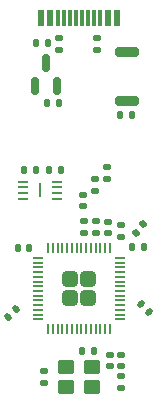
<source format=gbr>
%TF.GenerationSoftware,KiCad,Pcbnew,9.0.6*%
%TF.CreationDate,2026-01-31T02:41:39+05:30*%
%TF.ProjectId,BYH_devboard,4259485f-6465-4766-926f-6172642e6b69,rev?*%
%TF.SameCoordinates,Original*%
%TF.FileFunction,Paste,Top*%
%TF.FilePolarity,Positive*%
%FSLAX46Y46*%
G04 Gerber Fmt 4.6, Leading zero omitted, Abs format (unit mm)*
G04 Created by KiCad (PCBNEW 9.0.6) date 2026-01-31 02:41:39*
%MOMM*%
%LPD*%
G01*
G04 APERTURE LIST*
G04 Aperture macros list*
%AMRoundRect*
0 Rectangle with rounded corners*
0 $1 Rounding radius*
0 $2 $3 $4 $5 $6 $7 $8 $9 X,Y pos of 4 corners*
0 Add a 4 corners polygon primitive as box body*
4,1,4,$2,$3,$4,$5,$6,$7,$8,$9,$2,$3,0*
0 Add four circle primitives for the rounded corners*
1,1,$1+$1,$2,$3*
1,1,$1+$1,$4,$5*
1,1,$1+$1,$6,$7*
1,1,$1+$1,$8,$9*
0 Add four rect primitives between the rounded corners*
20,1,$1+$1,$2,$3,$4,$5,0*
20,1,$1+$1,$4,$5,$6,$7,0*
20,1,$1+$1,$6,$7,$8,$9,0*
20,1,$1+$1,$8,$9,$2,$3,0*%
G04 Aperture macros list end*
%ADD10RoundRect,0.140000X-0.170000X0.140000X-0.170000X-0.140000X0.170000X-0.140000X0.170000X0.140000X0*%
%ADD11RoundRect,0.249999X-0.395001X-0.395001X0.395001X-0.395001X0.395001X0.395001X-0.395001X0.395001X0*%
%ADD12RoundRect,0.050000X-0.387500X-0.050000X0.387500X-0.050000X0.387500X0.050000X-0.387500X0.050000X0*%
%ADD13RoundRect,0.050000X-0.050000X-0.387500X0.050000X-0.387500X0.050000X0.387500X-0.050000X0.387500X0*%
%ADD14RoundRect,0.135000X0.135000X0.185000X-0.135000X0.185000X-0.135000X-0.185000X0.135000X-0.185000X0*%
%ADD15RoundRect,0.140000X0.040237X-0.216520X0.220218X-0.002028X-0.040237X0.216520X-0.220218X0.002028X0*%
%ADD16RoundRect,0.135000X0.185000X-0.135000X0.185000X0.135000X-0.185000X0.135000X-0.185000X-0.135000X0*%
%ADD17RoundRect,0.140000X0.140000X0.170000X-0.140000X0.170000X-0.140000X-0.170000X0.140000X-0.170000X0*%
%ADD18RoundRect,0.135000X-0.135000X-0.185000X0.135000X-0.185000X0.135000X0.185000X-0.135000X0.185000X0*%
%ADD19RoundRect,0.135000X-0.185000X0.135000X-0.185000X-0.135000X0.185000X-0.135000X0.185000X0.135000X0*%
%ADD20RoundRect,0.140000X0.170000X-0.140000X0.170000X0.140000X-0.170000X0.140000X-0.170000X-0.140000X0*%
%ADD21RoundRect,0.040000X-0.040000X-0.605000X0.040000X-0.605000X0.040000X0.605000X-0.040000X0.605000X0*%
%ADD22RoundRect,0.062500X-0.387500X-0.062500X0.387500X-0.062500X0.387500X0.062500X-0.387500X0.062500X0*%
%ADD23RoundRect,0.140000X-0.219203X-0.021213X-0.021213X-0.219203X0.219203X0.021213X0.021213X0.219203X0*%
%ADD24RoundRect,0.200000X-0.800000X0.200000X-0.800000X-0.200000X0.800000X-0.200000X0.800000X0.200000X0*%
%ADD25RoundRect,0.250000X0.450000X0.350000X-0.450000X0.350000X-0.450000X-0.350000X0.450000X-0.350000X0*%
%ADD26R,0.600000X1.450000*%
%ADD27R,0.300000X1.450000*%
%ADD28RoundRect,0.140000X-0.021213X0.219203X-0.219203X0.021213X0.021213X-0.219203X0.219203X-0.021213X0*%
%ADD29RoundRect,0.150000X0.150000X-0.587500X0.150000X0.587500X-0.150000X0.587500X-0.150000X-0.587500X0*%
%ADD30RoundRect,0.140000X-0.140000X-0.170000X0.140000X-0.170000X0.140000X0.170000X-0.140000X0.170000X0*%
G04 APERTURE END LIST*
D10*
%TO.C,C16*%
X153570002Y-111430001D03*
X153569998Y-112389999D03*
%TD*%
%TO.C,C9*%
X153590000Y-109590000D03*
X153589996Y-110549998D03*
%TD*%
D11*
%TO.C,U1*%
X149200000Y-103200000D03*
X149200000Y-104800000D03*
X150800000Y-103200000D03*
X150800000Y-104800000D03*
D12*
X146562500Y-101400000D03*
X146562500Y-101800000D03*
X146562500Y-102200000D03*
X146562500Y-102600000D03*
X146562500Y-103000000D03*
X146562500Y-103400000D03*
X146562500Y-103800000D03*
X146562500Y-104200000D03*
X146562500Y-104600000D03*
X146562500Y-105000000D03*
X146562500Y-105400000D03*
X146562500Y-105800000D03*
X146562500Y-106200000D03*
X146562500Y-106600000D03*
D13*
X147400000Y-107437500D03*
X147800000Y-107437500D03*
X148200000Y-107437500D03*
X148600000Y-107437500D03*
X149000000Y-107437500D03*
X149400000Y-107437500D03*
X149800000Y-107437500D03*
X150200000Y-107437500D03*
X150600000Y-107437500D03*
X151000000Y-107437500D03*
X151400000Y-107437500D03*
X151800000Y-107437500D03*
X152200000Y-107437500D03*
X152600000Y-107437500D03*
D12*
X153437500Y-106600000D03*
X153437500Y-106200000D03*
X153437500Y-105800000D03*
X153437500Y-105400000D03*
X153437500Y-105000000D03*
X153437500Y-104600000D03*
X153437500Y-104200000D03*
X153437500Y-103800000D03*
X153437500Y-103400000D03*
X153437500Y-103000000D03*
X153437500Y-102600000D03*
X153437500Y-102200000D03*
X153437500Y-101800000D03*
X153437500Y-101400000D03*
D13*
X152600000Y-100562500D03*
X152200000Y-100562500D03*
X151800000Y-100562500D03*
X151400000Y-100562500D03*
X151000000Y-100562500D03*
X150600000Y-100562500D03*
X150200000Y-100562500D03*
X149800000Y-100562500D03*
X149400000Y-100562500D03*
X149000000Y-100562500D03*
X148600000Y-100562500D03*
X148200000Y-100562500D03*
X147800000Y-100562500D03*
X147400000Y-100562500D03*
%TD*%
D14*
%TO.C,R5*%
X151280000Y-109250000D03*
X150260000Y-109250000D03*
%TD*%
D15*
%TO.C,C17*%
X154802925Y-99255398D03*
X155420001Y-98520000D03*
%TD*%
D14*
%TO.C,R6*%
X154530000Y-89270000D03*
X153510000Y-89270000D03*
%TD*%
D16*
%TO.C,R4*%
X151400000Y-99260000D03*
X151400000Y-98240000D03*
%TD*%
D17*
%TO.C,C12*%
X145810000Y-100590002D03*
X144850000Y-100589998D03*
%TD*%
D18*
%TO.C,R7*%
X145350000Y-93960000D03*
X146370000Y-93960000D03*
%TD*%
D19*
%TO.C,R1*%
X151540000Y-82760000D03*
X151540000Y-83780000D03*
%TD*%
D20*
%TO.C,C10*%
X150309999Y-97010000D03*
X150310001Y-96050000D03*
%TD*%
D17*
%TO.C,C14*%
X148280000Y-88270002D03*
X147320000Y-88269998D03*
%TD*%
D21*
%TO.C,U3*%
X146725000Y-95680000D03*
D22*
X145300000Y-94930000D03*
X145300000Y-95430000D03*
X145300000Y-95930000D03*
X145300000Y-96430000D03*
X148150000Y-96430000D03*
X148150000Y-95930000D03*
X148150000Y-95430000D03*
X148150000Y-94930000D03*
%TD*%
D23*
%TO.C,C3*%
X155271178Y-105311180D03*
X155950000Y-105990000D03*
%TD*%
D17*
%TO.C,C5*%
X148460000Y-93969996D03*
X147500000Y-93970000D03*
%TD*%
D24*
%TO.C,SW1*%
X154049999Y-83940001D03*
X154050001Y-88139999D03*
%TD*%
D10*
%TO.C,C15*%
X147060002Y-110990001D03*
X147059998Y-111949999D03*
%TD*%
D25*
%TO.C,Y1*%
X151100002Y-110649997D03*
X148899999Y-110650002D03*
X148899998Y-112350003D03*
X151100001Y-112349998D03*
%TD*%
D17*
%TO.C,C13*%
X147360000Y-83190002D03*
X146400000Y-83189998D03*
%TD*%
D26*
%TO.C,J1*%
X153249999Y-81045002D03*
X152450001Y-81045002D03*
D27*
X151250000Y-81045000D03*
X150250002Y-81045001D03*
X149750003Y-81044998D03*
X148750000Y-81045000D03*
D26*
X147550002Y-81044999D03*
X146749995Y-81045000D03*
X146749995Y-81045000D03*
X147550002Y-81044999D03*
D27*
X148249998Y-81045002D03*
X149250001Y-81044999D03*
X150750001Y-81044999D03*
X151749997Y-81045001D03*
D26*
X152450001Y-81045002D03*
X153249999Y-81045002D03*
%TD*%
D20*
%TO.C,C11*%
X152420000Y-99310000D03*
X152420002Y-98350000D03*
%TD*%
D16*
%TO.C,R3*%
X150460000Y-99260000D03*
X150460000Y-98240000D03*
%TD*%
D20*
%TO.C,C1*%
X153530000Y-99610000D03*
X153529998Y-98650006D03*
%TD*%
%TO.C,C8*%
X151330001Y-95700000D03*
X151330003Y-94740000D03*
%TD*%
D10*
%TO.C,C4*%
X152609998Y-109610000D03*
X152610000Y-110570000D03*
%TD*%
D28*
%TO.C,C6*%
X144669412Y-105700591D03*
X143990588Y-106379409D03*
%TD*%
D20*
%TO.C,C7*%
X152370000Y-94680000D03*
X152370002Y-93720000D03*
%TD*%
D29*
%TO.C,U2*%
X146259998Y-86804990D03*
X148159999Y-86804999D03*
X147210000Y-84930000D03*
%TD*%
D30*
%TO.C,C2*%
X154510000Y-100490000D03*
X155470000Y-100490000D03*
%TD*%
D19*
%TO.C,R2*%
X148350000Y-82770000D03*
X148350000Y-83790000D03*
%TD*%
M02*

</source>
